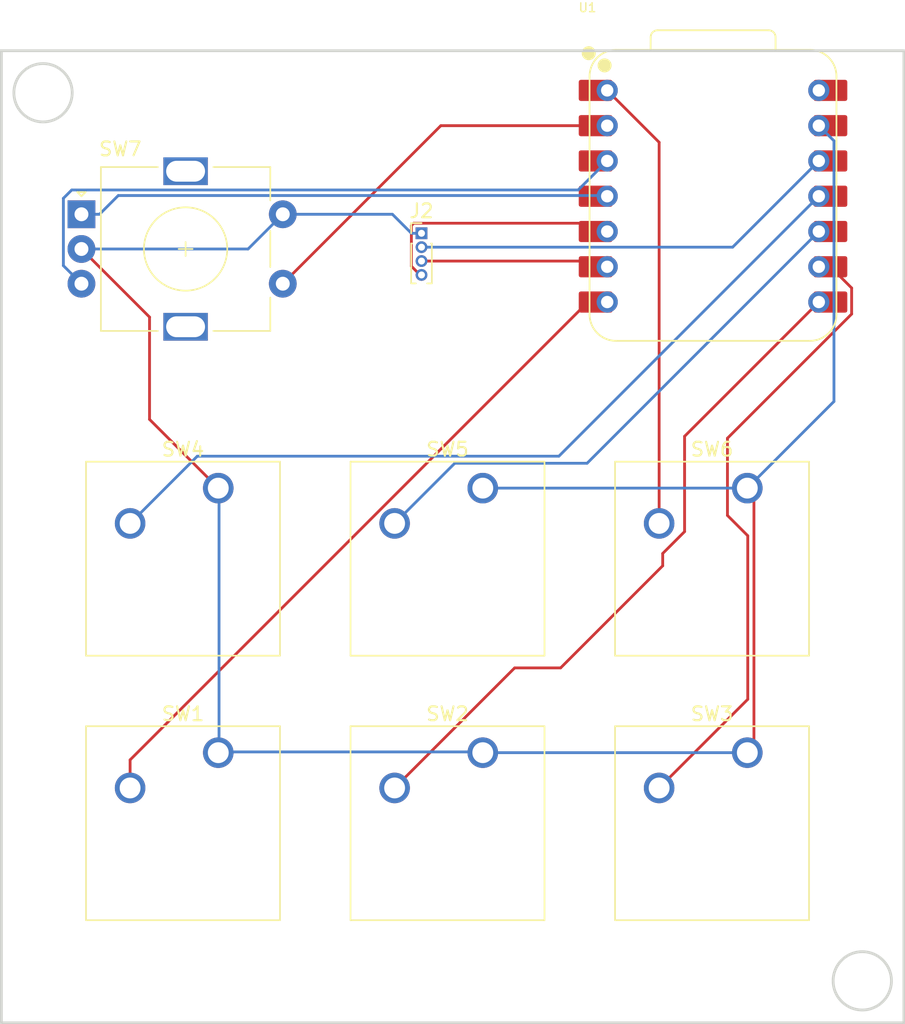
<source format=kicad_pcb>
(kicad_pcb (version 20241229) (generator "pcbnew") (generator_version "9.0")
  (layers (0 "F.Cu" signal) (2 "B.Cu" signal) (13 "F.Paste" user) (15 "B.Paste" user) (5 "F.SilkS" user "F.Silkscreen") (7 "B.SilkS" user "B.Silkscreen") (1 "F.Mask" user) (3 "B.Mask" user) (25 "Edge.Cuts" user))
  (net 0 "")
  (net 1 "VCC")
  (net 2 "GND")
  (net 3 "SCL")
  (net 4 "SDA")
  (net 5 "SW1")
  (net 6 "SW2")
  (net 7 "SW3")
  (net 8 "SW4")
  (net 9 "SW5")
  (net 10 "SW6")
  (net 11 "SWB")
  (net 12 "SWA")
  (net 13 "S1")
  (footprint "Button_Switch_Keyboard:SW_Cherry_MX_1.00u_PCB" (layer "F.Cu") (at 149.6695 109.22)
    (property "Reference" "SW5" (at -2.54 -2.794 0) (layer "F.SilkS"))
    (property "Value" "SW_Push")
    (fp_line (start -9.525 -1.905) (end 4.445 -1.905) (stroke (width 0.12)) (layer "F.SilkS"))
    (fp_line (start -9.525 12.065) (end -9.525 -1.905) (stroke (width 0.12)) (layer "F.SilkS"))
    (fp_line (start 4.445 -1.905) (end 4.445 12.065) (stroke (width 0.12)) (layer "F.SilkS"))
    (fp_line (start 4.445 12.065) (end -9.525 12.065) (stroke (width 0.12)) (layer "F.SilkS"))
    (pad "" np_thru_hole circle (at -7.62 5.08) (size 1.7 1.7) (drill 1.7) (layers "*.Cu" "*.Mask"))
    (pad "" np_thru_hole circle (at -2.54 5.08) (size 4 4) (drill 4) (layers "*.Cu" "*.Mask"))
    (pad "" np_thru_hole circle (at 2.54 5.08) (size 1.7 1.7) (drill 1.7) (layers "*.Cu" "*.Mask"))
    (pad "1" thru_hole circle (at 0 0) (size 2.2 2.2) (drill 1.5) (layers "*.Cu" "*.Mask") (net 2 "GND"))
    (pad "2" thru_hole circle (at -6.35 2.54) (size 2.2 2.2) (drill 1.5) (layers "*.Cu" "*.Mask") (net 9 "SW5"))
  )
  (footprint "Button_Switch_Keyboard:SW_Cherry_MX_1.00u_PCB" (layer "F.Cu") (at 168.7195 128.27)
    (property "Reference" "SW3" (at -2.54 -2.794 0) (layer "F.SilkS"))
    (property "Value" "SW_Push")
    (fp_line (start -9.525 -1.905) (end 4.445 -1.905) (stroke (width 0.12)) (layer "F.SilkS"))
    (fp_line (start -9.525 12.065) (end -9.525 -1.905) (stroke (width 0.12)) (layer "F.SilkS"))
    (fp_line (start 4.445 -1.905) (end 4.445 12.065) (stroke (width 0.12)) (layer "F.SilkS"))
    (fp_line (start 4.445 12.065) (end -9.525 12.065) (stroke (width 0.12)) (layer "F.SilkS"))
    (pad "" np_thru_hole circle (at -7.62 5.08) (size 1.7 1.7) (drill 1.7) (layers "*.Cu" "*.Mask"))
    (pad "" np_thru_hole circle (at -2.54 5.08) (size 4 4) (drill 4) (layers "*.Cu" "*.Mask"))
    (pad "" np_thru_hole circle (at 2.54 5.08) (size 1.7 1.7) (drill 1.7) (layers "*.Cu" "*.Mask"))
    (pad "1" thru_hole circle (at 0 0) (size 2.2 2.2) (drill 1.5) (layers "*.Cu" "*.Mask") (net 2 "GND"))
    (pad "2" thru_hole circle (at -6.35 2.54) (size 2.2 2.2) (drill 1.5) (layers "*.Cu" "*.Mask") (net 7 "SW3"))
  )
  (footprint "Connector_PinHeader_1.00mm:PinHeader_1x04_P1.00mm_Vertical" (layer "F.Cu") (at 145.2563 90.8687)
    (property "Reference" "J2" (at 0 -1.61 0) (layer "F.SilkS"))
    (property "Value" "Conn_01x04_Pin")
    (fp_line (start -0.745 -0.735) (end 0 -0.735) (stroke (width 0.12)) (layer "F.SilkS"))
    (fp_line (start -0.745 0) (end -0.745 -0.735) (stroke (width 0.12)) (layer "F.SilkS"))
    (fp_line (start -0.745 0.735) (end -0.745 3.61) (stroke (width 0.12)) (layer "F.SilkS"))
    (fp_line (start -0.745 0.735) (end -0.685565 0.735) (stroke (width 0.12)) (layer "F.SilkS"))
    (fp_line (start -0.745 3.61) (end -0.41003 3.61) (stroke (width 0.12)) (layer "F.SilkS"))
    (fp_line (start 0.41003 3.61) (end 0.745 3.61) (stroke (width 0.12)) (layer "F.SilkS"))
    (fp_line (start 0.685565 0.735) (end 0.745 0.735) (stroke (width 0.12)) (layer "F.SilkS"))
    (fp_line (start 0.745 0.735) (end 0.745 3.61) (stroke (width 0.12)) (layer "F.SilkS"))
    (pad "1" thru_hole rect (at 0 0) (size 0.85 0.85) (drill 0.5) (layers "*.Cu" "*.Mask") (net 2 "GND"))
    (pad "2" thru_hole circle (at 0 1) (size 0.85 0.85) (drill 0.5) (layers "*.Cu" "*.Mask") (net 1 "VCC"))
    (pad "3" thru_hole circle (at 0 2) (size 0.85 0.85) (drill 0.5) (layers "*.Cu" "*.Mask") (net 3 "SCL"))
    (pad "4" thru_hole circle (at 0 3) (size 0.85 0.85) (drill 0.5) (layers "*.Cu" "*.Mask") (net 4 "SDA"))
  )
  (footprint "Button_Switch_Keyboard:SW_Cherry_MX_1.00u_PCB" (layer "F.Cu") (at 130.6195 128.27)
    (property "Reference" "SW1" (at -2.54 -2.794 0) (layer "F.SilkS"))
    (property "Value" "SW_Push")
    (fp_line (start -9.525 -1.905) (end 4.445 -1.905) (stroke (width 0.12)) (layer "F.SilkS"))
    (fp_line (start -9.525 12.065) (end -9.525 -1.905) (stroke (width 0.12)) (layer "F.SilkS"))
    (fp_line (start 4.445 -1.905) (end 4.445 12.065) (stroke (width 0.12)) (layer "F.SilkS"))
    (fp_line (start 4.445 12.065) (end -9.525 12.065) (stroke (width 0.12)) (layer "F.SilkS"))
    (pad "" np_thru_hole circle (at -7.62 5.08) (size 1.7 1.7) (drill 1.7) (layers "*.Cu" "*.Mask"))
    (pad "" np_thru_hole circle (at -2.54 5.08) (size 4 4) (drill 4) (layers "*.Cu" "*.Mask"))
    (pad "" np_thru_hole circle (at 2.54 5.08) (size 1.7 1.7) (drill 1.7) (layers "*.Cu" "*.Mask"))
    (pad "1" thru_hole circle (at 0 0) (size 2.2 2.2) (drill 1.5) (layers "*.Cu" "*.Mask") (net 2 "GND"))
    (pad "2" thru_hole circle (at -6.35 2.54) (size 2.2 2.2) (drill 1.5) (layers "*.Cu" "*.Mask") (net 5 "SW1"))
  )
  (footprint "Button_Switch_Keyboard:SW_Cherry_MX_1.00u_PCB" (layer "F.Cu") (at 168.7195 109.22)
    (property "Reference" "SW6" (at -2.54 -2.794 0) (layer "F.SilkS"))
    (property "Value" "SW_Push")
    (fp_line (start -9.525 -1.905) (end 4.445 -1.905) (stroke (width 0.12)) (layer "F.SilkS"))
    (fp_line (start -9.525 12.065) (end -9.525 -1.905) (stroke (width 0.12)) (layer "F.SilkS"))
    (fp_line (start 4.445 -1.905) (end 4.445 12.065) (stroke (width 0.12)) (layer "F.SilkS"))
    (fp_line (start 4.445 12.065) (end -9.525 12.065) (stroke (width 0.12)) (layer "F.SilkS"))
    (pad "" np_thru_hole circle (at -7.62 5.08) (size 1.7 1.7) (drill 1.7) (layers "*.Cu" "*.Mask"))
    (pad "" np_thru_hole circle (at -2.54 5.08) (size 4 4) (drill 4) (layers "*.Cu" "*.Mask"))
    (pad "" np_thru_hole circle (at 2.54 5.08) (size 1.7 1.7) (drill 1.7) (layers "*.Cu" "*.Mask"))
    (pad "1" thru_hole circle (at 0 0) (size 2.2 2.2) (drill 1.5) (layers "*.Cu" "*.Mask") (net 2 "GND"))
    (pad "2" thru_hole circle (at -6.35 2.54) (size 2.2 2.2) (drill 1.5) (layers "*.Cu" "*.Mask") (net 10 "SW6"))
  )
  (footprint "OPL:XIAO-RP2040-DIP" (layer "F.Cu") (at 166.25 88.2)
    (property "Reference" "U1" (at -9.04 -13.58 0) (layer "F.SilkS") (effects (font (size 0.635 0.635) (thickness 0.1016))))
    (property "Value" "XIAO-RP2040-DIP")
    (fp_line (start -8.89 8.509) (end -8.89 -8.636) (stroke (width 0.127)) (layer "F.SilkS"))
    (fp_line (start -6.985 10.414) (end 6.985 10.414) (stroke (width 0.127)) (layer "F.SilkS"))
    (fp_line (start -4.495 -10.541) (end -4.491272 -11.451272) (stroke (width 0.127)) (layer "F.SilkS"))
    (fp_line (start -3.991272 -11.951) (end 4.004 -11.951) (stroke (width 0.127)) (layer "F.SilkS"))
    (fp_line (start 4.504 -11.451) (end 4.504 -10.541) (stroke (width 0.127)) (layer "F.SilkS"))
    (fp_line (start 6.985 -10.541) (end -6.985 -10.541) (stroke (width 0.1)) (layer "F.SilkS"))
    (fp_line (start 6.985 -10.541) (end -6.985 -10.541) (stroke (width 0.127)) (layer "F.SilkS"))
    (fp_line (start 8.89 8.509) (end 8.89 -8.636) (stroke (width 0.127)) (layer "F.SilkS"))
    (fp_arc (start -8.89 -8.636) (mid -8.332038 -9.983038) (end -6.985 -10.541) (stroke (width 0.127)) (layer "F.SilkS"))
    (fp_arc (start -6.985 10.414) (mid -8.332038 9.856038) (end -8.89 8.509) (stroke (width 0.127)) (layer "F.SilkS"))
    (fp_arc (start -4.491272 -11.451272) (mid -4.344728 -11.80464) (end -3.991272 -11.951) (stroke (width 0.127)) (layer "F.SilkS"))
    (fp_arc (start 4.004 -11.951) (mid 4.357553 -11.804553) (end 4.504 -11.451) (stroke (width 0.127)) (layer "F.SilkS"))
    (fp_arc (start 6.985 -10.541) (mid 8.332038 -9.983038) (end 8.89 -8.636) (stroke (width 0.127)) (layer "F.SilkS"))
    (fp_arc (start 8.89 8.509) (mid 8.332038 9.856038) (end 6.985 10.414) (stroke (width 0.127)) (layer "F.SilkS"))
    (fp_circle (center -8.95 -10.3) (end -8.95 -10.554) (stroke (width 0.5)) (fill yes) (layer "F.SilkS"))
    (fp_circle (center -7.807 -9.42) (end -7.807 -9.674) (stroke (width 0.5)) (fill yes) (layer "F.SilkS"))
    (pad "1" smd roundrect (at -8.455 -7.62 180) (size 2.432 1.524) (layers "F.Cu" "F.Mask") (roundrect_rratio 0.1) (net 10 "SW6"))
    (pad "1" thru_hole circle (at -7.62 -7.62 180) (size 1.524 1.524) (drill 0.889) (layers "*.Cu" "*.Mask") (net 10 "SW6"))
    (pad "2" smd roundrect (at -8.455 -5.08 180) (size 2.432 1.524) (layers "F.Cu" "F.Mask") (roundrect_rratio 0.1) (net 13 "S1"))
    (pad "2" thru_hole circle (at -7.62 -5.08 180) (size 1.524 1.524) (drill 0.889) (layers "*.Cu" "*.Mask") (net 13 "S1"))
    (pad "3" smd roundrect (at -8.455 -2.54 180) (size 2.432 1.524) (layers "F.Cu" "F.Mask") (roundrect_rratio 0.1) (net 11 "SWB"))
    (pad "3" thru_hole circle (at -7.62 -2.54 180) (size 1.524 1.524) (drill 0.889) (layers "*.Cu" "*.Mask") (net 11 "SWB"))
    (pad "4" smd roundrect (at -8.455 0 180) (size 2.432 1.524) (layers "F.Cu" "F.Mask") (roundrect_rratio 0.1) (net 12 "SWA"))
    (pad "4" thru_hole circle (at -7.62 0 180) (size 1.524 1.524) (drill 0.889) (layers "*.Cu" "*.Mask") (net 12 "SWA"))
    (pad "5" smd roundrect (at -8.455 2.54 180) (size 2.432 1.524) (layers "F.Cu" "F.Mask") (roundrect_rratio 0.1) (net 4 "SDA"))
    (pad "5" thru_hole circle (at -7.62 2.54 180) (size 1.524 1.524) (drill 0.889) (layers "*.Cu" "*.Mask") (net 4 "SDA"))
    (pad "6" smd roundrect (at -8.455 5.08 180) (size 2.432 1.524) (layers "F.Cu" "F.Mask") (roundrect_rratio 0.1) (net 3 "SCL"))
    (pad "6" thru_hole circle (at -7.62 5.08 180) (size 1.524 1.524) (drill 0.889) (layers "*.Cu" "*.Mask") (net 3 "SCL"))
    (pad "7" smd roundrect (at -8.455 7.62 180) (size 2.432 1.524) (layers "F.Cu" "F.Mask") (roundrect_rratio 0.1) (net 5 "SW1"))
    (pad "7" thru_hole circle (at -7.62 7.62 180) (size 1.524 1.524) (drill 0.889) (layers "*.Cu" "*.Mask") (net 5 "SW1"))
    (pad "8" thru_hole circle (at 7.62 7.62) (size 1.524 1.524) (drill 0.889) (layers "*.Cu" "*.Mask") (net 6 "SW2"))
    (pad "8" smd roundrect (at 8.455 7.62) (size 2.432 1.524) (layers "F.Cu" "F.Mask") (roundrect_rratio 0.1) (net 6 "SW2"))
    (pad "9" thru_hole circle (at 7.62 5.08) (size 1.524 1.524) (drill 0.889) (layers "*.Cu" "*.Mask") (net 7 "SW3"))
    (pad "9" smd roundrect (at 8.455 5.08) (size 2.432 1.524) (layers "F.Cu" "F.Mask") (roundrect_rratio 0.1) (net 7 "SW3"))
    (pad "10" thru_hole circle (at 7.62 2.54) (size 1.524 1.524) (drill 0.889) (layers "*.Cu" "*.Mask") (net 9 "SW5"))
    (pad "10" smd roundrect (at 8.455 2.54) (size 2.432 1.524) (layers "F.Cu" "F.Mask") (roundrect_rratio 0.1) (net 9 "SW5"))
    (pad "11" thru_hole circle (at 7.62 0) (size 1.524 1.524) (drill 0.889) (layers "*.Cu" "*.Mask") (net 8 "SW4"))
    (pad "11" smd roundrect (at 8.455 0) (size 2.432 1.524) (layers "F.Cu" "F.Mask") (roundrect_rratio 0.1) (net 8 "SW4"))
    (pad "12" thru_hole circle (at 7.62 -2.54) (size 1.524 1.524) (drill 0.889) (layers "*.Cu" "*.Mask") (net 1 "VCC"))
    (pad "12" smd roundrect (at 8.455 -2.54) (size 2.432 1.524) (layers "F.Cu" "F.Mask") (roundrect_rratio 0.1) (net 1 "VCC"))
    (pad "13" thru_hole circle (at 7.62 -5.08) (size 1.524 1.524) (drill 0.889) (layers "*.Cu" "*.Mask") (net 2 "GND"))
    (pad "13" smd roundrect (at 8.455 -5.08) (size 2.432 1.524) (layers "F.Cu" "F.Mask") (roundrect_rratio 0.1) (net 2 "GND"))
    (pad "14" thru_hole circle (at 7.62 -7.62) (size 1.524 1.524) (drill 0.889) (layers "*.Cu" "*.Mask"))
    (pad "14" smd roundrect (at 8.455 -7.62) (size 2.432 1.524) (layers "F.Cu" "F.Mask") (roundrect_rratio 0.1))
  )
  (footprint "Button_Switch_Keyboard:SW_Cherry_MX_1.00u_PCB" (layer "F.Cu") (at 149.6695 128.27)
    (property "Reference" "SW2" (at -2.54 -2.794 0) (layer "F.SilkS"))
    (property "Value" "SW_Push")
    (fp_line (start -9.525 -1.905) (end 4.445 -1.905) (stroke (width 0.12)) (layer "F.SilkS"))
    (fp_line (start -9.525 12.065) (end -9.525 -1.905) (stroke (width 0.12)) (layer "F.SilkS"))
    (fp_line (start 4.445 -1.905) (end 4.445 12.065) (stroke (width 0.12)) (layer "F.SilkS"))
    (fp_line (start 4.445 12.065) (end -9.525 12.065) (stroke (width 0.12)) (layer "F.SilkS"))
    (pad "" np_thru_hole circle (at -7.62 5.08) (size 1.7 1.7) (drill 1.7) (layers "*.Cu" "*.Mask"))
    (pad "" np_thru_hole circle (at -2.54 5.08) (size 4 4) (drill 4) (layers "*.Cu" "*.Mask"))
    (pad "" np_thru_hole circle (at 2.54 5.08) (size 1.7 1.7) (drill 1.7) (layers "*.Cu" "*.Mask"))
    (pad "1" thru_hole circle (at 0 0) (size 2.2 2.2) (drill 1.5) (layers "*.Cu" "*.Mask") (net 2 "GND"))
    (pad "2" thru_hole circle (at -6.35 2.54) (size 2.2 2.2) (drill 1.5) (layers "*.Cu" "*.Mask") (net 6 "SW2"))
  )
  (footprint "Button_Switch_Keyboard:SW_Cherry_MX_1.00u_PCB" (layer "F.Cu") (at 130.6195 109.22)
    (property "Reference" "SW4" (at -2.54 -2.794 0) (layer "F.SilkS"))
    (property "Value" "SW_Push")
    (fp_line (start -9.525 -1.905) (end 4.445 -1.905) (stroke (width 0.12)) (layer "F.SilkS"))
    (fp_line (start -9.525 12.065) (end -9.525 -1.905) (stroke (width 0.12)) (layer "F.SilkS"))
    (fp_line (start 4.445 -1.905) (end 4.445 12.065) (stroke (width 0.12)) (layer "F.SilkS"))
    (fp_line (start 4.445 12.065) (end -9.525 12.065) (stroke (width 0.12)) (layer "F.SilkS"))
    (pad "" np_thru_hole circle (at -7.62 5.08) (size 1.7 1.7) (drill 1.7) (layers "*.Cu" "*.Mask"))
    (pad "" np_thru_hole circle (at -2.54 5.08) (size 4 4) (drill 4) (layers "*.Cu" "*.Mask"))
    (pad "" np_thru_hole circle (at 2.54 5.08) (size 1.7 1.7) (drill 1.7) (layers "*.Cu" "*.Mask"))
    (pad "1" thru_hole circle (at 0 0) (size 2.2 2.2) (drill 1.5) (layers "*.Cu" "*.Mask") (net 2 "GND"))
    (pad "2" thru_hole circle (at -6.35 2.54) (size 2.2 2.2) (drill 1.5) (layers "*.Cu" "*.Mask") (net 8 "SW4"))
  )
  (footprint "ENCODER:RotaryEncoder_Alps_EC11E-Switch_Vertical_H20mm" (layer "F.Cu") (at 120.766 89.5)
    (property "Reference" "SW7" (at 2.8 -4.7 0) (layer "F.SilkS"))
    (property "Value" "RotaryEncoder_Switch")
    (fp_line (start -0.3 -1.6) (end 0.3 -1.6) (stroke (width 0.12)) (layer "F.SilkS"))
    (fp_line (start 0 -1.3) (end -0.3 -1.6) (stroke (width 0.12)) (layer "F.SilkS"))
    (fp_line (start 0.3 -1.6) (end 0 -1.3) (stroke (width 0.12)) (layer "F.SilkS"))
    (fp_line (start 1.4 -3.4) (end 1.4 8.4) (stroke (width 0.12)) (layer "F.SilkS"))
    (fp_line (start 5.5 -3.4) (end 1.4 -3.4) (stroke (width 0.12)) (layer "F.SilkS"))
    (fp_line (start 5.5 8.4) (end 1.4 8.4) (stroke (width 0.12)) (layer "F.SilkS"))
    (fp_line (start 7 2.5) (end 8 2.5) (stroke (width 0.12)) (layer "F.SilkS"))
    (fp_line (start 7.5 2) (end 7.5 3) (stroke (width 0.12)) (layer "F.SilkS"))
    (fp_line (start 9.5 -3.4) (end 13.6 -3.4) (stroke (width 0.12)) (layer "F.SilkS"))
    (fp_line (start 13.6 -3.4) (end 13.6 -1) (stroke (width 0.12)) (layer "F.SilkS"))
    (fp_line (start 13.6 1.2) (end 13.6 3.8) (stroke (width 0.12)) (layer "F.SilkS"))
    (fp_line (start 13.6 6) (end 13.6 8.4) (stroke (width 0.12)) (layer "F.SilkS"))
    (fp_line (start 13.6 8.4) (end 9.5 8.4) (stroke (width 0.12)) (layer "F.SilkS"))
    (fp_circle (center 7.5 2.5) (end 10.5 2.5) (stroke (width 0.12)) (fill no) (layer "F.SilkS"))
    (pad "A" thru_hole rect (at 0 0) (size 2 2) (drill 1) (layers "*.Cu" "*.Mask") (net 12 "SWA"))
    (pad "B" thru_hole circle (at 0 5) (size 2 2) (drill 1) (layers "*.Cu" "*.Mask") (net 11 "SWB"))
    (pad "C" thru_hole circle (at 0 2.5) (size 2 2) (drill 1) (layers "*.Cu" "*.Mask") (net 2 "GND"))
    (pad "MP" thru_hole rect (at 7.5 -3.1) (size 3.2 2) (drill oval 2.8 1.5) (layers "*.Cu" "*.Mask"))
    (pad "MP" thru_hole rect (at 7.5 8.1) (size 3.2 2) (drill oval 2.8 1.5) (layers "*.Cu" "*.Mask"))
    (pad "S1" thru_hole circle (at 14.5 5) (size 2 2) (drill 1) (layers "*.Cu" "*.Mask") (net 13 "S1"))
    (pad "S2" thru_hole circle (at 14.5 0) (size 2 2) (drill 1) (layers "*.Cu" "*.Mask") (net 2 "GND"))
  )
  (gr_circle (center 118 80.75) (end 120.1 80.75) (stroke (width 0.2)) (fill no) (layer "Edge.Cuts"))
  (gr_circle (center 177 144.7) (end 179.1 144.7) (stroke (width 0.2)) (fill no) (layer "Edge.Cuts"))
  (gr_rect (start 115 77.724) (end 180 147.724) (stroke (width 0.2)) (fill no) (layer "Edge.Cuts"))
  (segment (start 174.705 85.66) (end 173.87 85.66) (width 0.2) (layer "F.Cu") (net 1))
  (segment (start 173.87 85.66) (end 167.6613 91.8687) (width 0.2) (layer "B.Cu") (net 1))
  (segment (start 167.6613 91.8687) (end 145.2563 91.8687) (width 0.2) (layer "B.Cu") (net 1))
  (segment (start 169.1975 127.792) (end 169.1975 109.698) (width 0.2) (layer "F.Cu") (net 2))
  (segment (start 120.766 92) (end 125.6697 96.9037) (width 0.2) (layer "F.Cu") (net 2))
  (segment (start 168.7195 128.27) (end 169.1975 127.792) (width 0.2) (layer "F.Cu") (net 2))
  (segment (start 125.6697 104.2702) (end 130.6195 109.22) (width 0.2) (layer "F.Cu") (net 2))
  (segment (start 173.87 83.12) (end 174.705 83.12) (width 0.2) (layer "F.Cu") (net 2))
  (segment (start 125.6697 96.9037) (end 125.6697 104.2702) (width 0.2) (layer "F.Cu") (net 2))
  (segment (start 169.1975 109.698) (end 168.7195 109.22) (width 0.2) (layer "F.Cu") (net 2))
  (segment (start 149.6695 128.27) (end 168.7195 128.27) (width 0.2) (layer "B.Cu") (net 2))
  (segment (start 149.6147 128.2152) (end 149.6695 128.27) (width 0.2) (layer "B.Cu") (net 2))
  (segment (start 130.6195 109.22) (end 130.6743 109.2748) (width 0.2) (layer "B.Cu") (net 2))
  (segment (start 168.7195 109.22) (end 149.6695 109.22) (width 0.2) (layer "B.Cu") (net 2))
  (segment (start 120.766 92) (end 132.766 92) (width 0.2) (layer "B.Cu") (net 2))
  (segment (start 132.766 92) (end 135.266 89.5) (width 0.2) (layer "B.Cu") (net 2))
  (segment (start 135.266 89.5) (end 143.1625 89.5) (width 0.2) (layer "B.Cu") (net 2))
  (segment (start 174.9603 102.9792) (end 168.7195 109.22) (width 0.2) (layer "B.Cu") (net 2))
  (segment (start 174.9603 84.2103) (end 174.9603 102.9792) (width 0.2) (layer "B.Cu") (net 2))
  (segment (start 130.6743 109.2748) (end 130.6743 128.2152) (width 0.2) (layer "B.Cu") (net 2))
  (segment (start 143.1625 89.5) (end 144.5312 90.8687) (width 0.2) (layer "B.Cu") (net 2))
  (segment (start 145.2563 90.8687) (end 144.5312 90.8687) (width 0.2) (layer "B.Cu") (net 2))
  (segment (start 173.87 83.12) (end 174.9603 84.2103) (width 0.2) (layer "B.Cu") (net 2))
  (segment (start 130.6743 128.2152) (end 149.6147 128.2152) (width 0.2) (layer "B.Cu") (net 2))
  (segment (start 130.6743 128.2152) (end 130.6195 128.27) (width 0.2) (layer "B.Cu") (net 2))
  (segment (start 157.3837 92.8687) (end 145.2563 92.8687) (width 0.2) (layer "F.Cu") (net 3))
  (segment (start 158.63 93.28) (end 157.795 93.28) (width 0.2) (layer "F.Cu") (net 3))
  (segment (start 157.795 93.28) (end 157.3837 92.8687) (width 0.2) (layer "F.Cu") (net 3))
  (segment (start 144.5266 93.2413) (end 145.154 93.8687) (width 0.2) (layer "F.Cu") (net 4))
  (segment (start 144.5266 90.3121) (end 144.5266 93.2413) (width 0.2) (layer "F.Cu") (net 4))
  (segment (start 157.795 90.74) (end 157.1985 90.1435) (width 0.2) (layer "F.Cu") (net 4))
  (segment (start 144.6952 90.1435) (end 144.5266 90.3121) (width 0.2) (layer "F.Cu") (net 4))
  (segment (start 145.154 93.8687) (end 145.2563 93.8687) (width 0.2) (layer "F.Cu") (net 4))
  (segment (start 157.1985 90.1435) (end 144.6952 90.1435) (width 0.2) (layer "F.Cu") (net 4))
  (segment (start 158.63 90.74) (end 157.795 90.74) (width 0.2) (layer "F.Cu") (net 4))
  (segment (start 124.2695 128.788) (end 124.2695 130.81) (width 0.2) (layer "F.Cu") (net 5))
  (segment (start 157.2375 95.82) (end 124.2695 128.788) (width 0.2) (layer "F.Cu") (net 5))
  (segment (start 157.795 95.82) (end 157.2375 95.82) (width 0.2) (layer "F.Cu") (net 5))
  (segment (start 158.63 95.82) (end 157.795 95.82) (width 0.2) (layer "F.Cu") (net 5))
  (segment (start 162.6264 113.9277) (end 162.6264 114.8121) (width 0.2) (layer "F.Cu") (net 6))
  (segment (start 173.87 95.82) (end 164.2026 105.4874) (width 0.2) (layer "F.Cu") (net 6))
  (segment (start 162.6264 114.8121) (end 155.2729 122.1656) (width 0.2) (layer "F.Cu") (net 6))
  (segment (start 151.9639 122.1656) (end 143.3195 130.81) (width 0.2) (layer "F.Cu") (net 6))
  (segment (start 164.2026 112.3515) (end 162.6264 113.9277) (width 0.2) (layer "F.Cu") (net 6))
  (segment (start 174.705 95.82) (end 173.87 95.82) (width 0.2) (layer "F.Cu") (net 6))
  (segment (start 155.2729 122.1656) (end 151.9639 122.1656) (width 0.2) (layer "F.Cu") (net 6))
  (segment (start 164.2026 105.4874) (end 164.2026 112.3515) (width 0.2) (layer "F.Cu") (net 6))
  (segment (start 176.2333 94.8083) (end 176.2333 96.6827) (width 0.2) (layer "F.Cu") (net 7))
  (segment (start 167.2903 111.1868) (end 168.7532 112.6497) (width 0.2) (layer "F.Cu") (net 7))
  (segment (start 173.87 93.28) (end 174.705 93.28) (width 0.2) (layer "F.Cu") (net 7))
  (segment (start 168.7532 124.4263) (end 162.3695 130.81) (width 0.2) (layer "F.Cu") (net 7))
  (segment (start 174.705 93.28) (end 176.2333 94.8083) (width 0.2) (layer "F.Cu") (net 7))
  (segment (start 168.7532 112.6497) (end 168.7532 124.4263) (width 0.2) (layer "F.Cu") (net 7))
  (segment (start 176.2333 96.6827) (end 167.2903 105.6257) (width 0.2) (layer "F.Cu") (net 7))
  (segment (start 167.2903 105.6257) (end 167.2903 111.1868) (width 0.2) (layer "F.Cu") (net 7))
  (segment (start 174.705 88.2) (end 173.87 88.2) (width 0.2) (layer "F.Cu") (net 8))
  (segment (start 155.151 106.919) (end 129.1105 106.919) (width 0.2) (layer "B.Cu") (net 8))
  (segment (start 173.87 88.2) (end 155.151 106.919) (width 0.2) (layer "B.Cu") (net 8))
  (segment (start 129.1105 106.919) (end 124.2695 111.76) (width 0.2) (layer "B.Cu") (net 8))
  (segment (start 174.705 90.74) (end 173.87 90.74) (width 0.2) (layer "F.Cu") (net 9))
  (segment (start 147.6516 107.4279) (end 143.3195 111.76) (width 0.2) (layer "B.Cu") (net 9))
  (segment (start 157.1821 107.4279) (end 147.6516 107.4279) (width 0.2) (layer "B.Cu") (net 9))
  (segment (start 173.87 90.74) (end 157.1821 107.4279) (width 0.2) (layer "B.Cu") (net 9))
  (segment (start 158.63 80.58) (end 162.3695 84.3195) (width 0.2) (layer "F.Cu") (net 10))
  (segment (start 158.63 80.58) (end 157.795 80.58) (width 0.2) (layer "F.Cu") (net 10))
  (segment (start 162.3695 84.3195) (end 162.3695 111.76) (width 0.2) (layer "F.Cu") (net 10))
  (segment (start 158.63 85.66) (end 157.795 85.66) (width 0.2) (layer "F.Cu") (net 11))
  (segment (start 156.5397 87.7503) (end 158.63 85.66) (width 0.2) (layer "B.Cu") (net 11))
  (segment (start 119.4658 93.1998) (end 119.4658 88.3498) (width 0.2) (layer "B.Cu") (net 11))
  (segment (start 119.4658 88.3498) (end 120.0653 87.7503) (width 0.2) (layer "B.Cu") (net 11))
  (segment (start 120.0653 87.7503) (end 156.5397 87.7503) (width 0.2) (layer "B.Cu") (net 11))
  (segment (start 120.766 94.5) (end 119.4658 93.1998) (width 0.2) (layer "B.Cu") (net 11))
  (segment (start 158.63 88.2) (end 157.795 88.2) (width 0.2) (layer "F.Cu") (net 12))
  (segment (start 120.766 89.5) (end 122.0661 89.5) (width 0.2) (layer "B.Cu") (net 12))
  (segment (start 122.0661 89.5) (end 123.4156 88.1505) (width 0.2) (layer "B.Cu") (net 12))
  (segment (start 158.5805 88.1505) (end 158.63 88.2) (width 0.2) (layer "B.Cu") (net 12))
  (segment (start 123.4156 88.1505) (end 158.5805 88.1505) (width 0.2) (layer "B.Cu") (net 12))
  (segment (start 158.63 83.12) (end 157.795 83.12) (width 0.2) (layer "F.Cu") (net 13))
  (segment (start 146.646 83.12) (end 157.795 83.12) (width 0.2) (layer "F.Cu") (net 13))
  (segment (start 135.266 94.5) (end 146.646 83.12) (width 0.2) (layer "F.Cu") (net 13))
)
</source>
